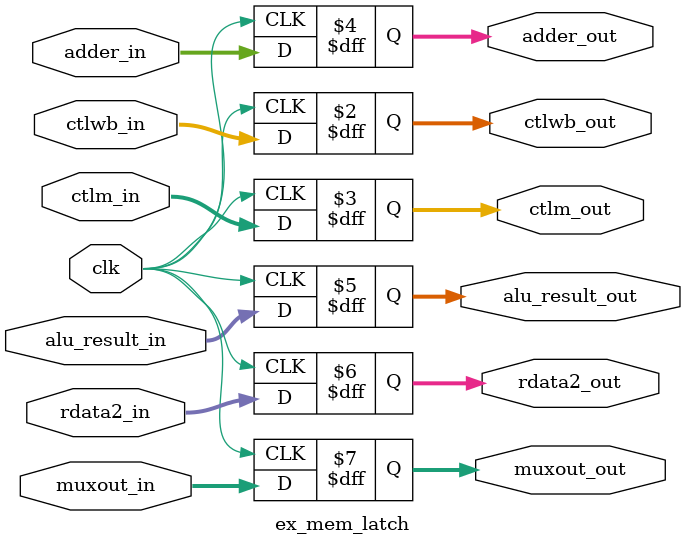
<source format=v>
`timescale 1ns / 1ps


module ex_mem_latch (
    input clk,
    input [1:0] ctlwb_in,
    input [1:0] ctlm_in,
    input [31:0] adder_in,
    input [31:0] alu_result_in,
    input [31:0] rdata2_in,
    input [4:0] muxout_in,

    output reg [1:0] ctlwb_out,
    output reg [1:0] ctlm_out,
    output reg [31:0] adder_out,
    output reg [31:0] alu_result_out,
    output reg [31:0] rdata2_out,
    output reg [4:0] muxout_out
);
    always @(posedge clk) begin
        ctlwb_out     <= ctlwb_in;
        ctlm_out      <= ctlm_in;
        adder_out     <= adder_in;
        alu_result_out<= alu_result_in;
        rdata2_out    <= rdata2_in;
        muxout_out    <= muxout_in;
    end
endmodule


</source>
